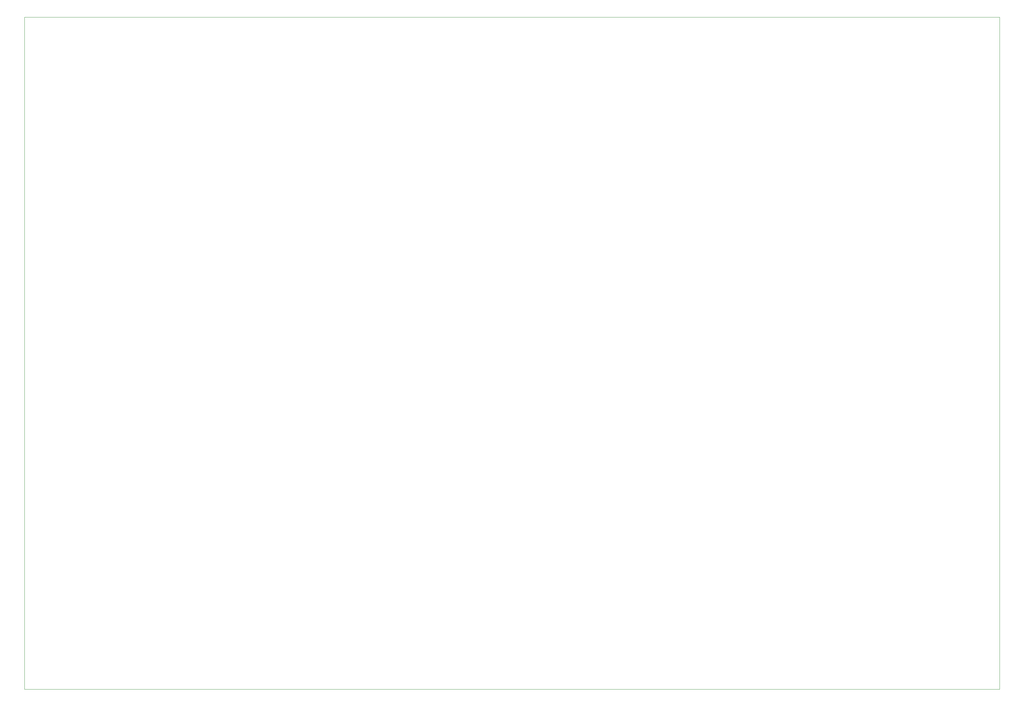
<source format=gbr>
%TF.GenerationSoftware,KiCad,Pcbnew,8.0.5*%
%TF.CreationDate,2025-05-12T12:18:58+05:30*%
%TF.ProjectId,automation,6175746f-6d61-4746-996f-6e2e6b696361,rev?*%
%TF.SameCoordinates,Original*%
%TF.FileFunction,Profile,NP*%
%FSLAX46Y46*%
G04 Gerber Fmt 4.6, Leading zero omitted, Abs format (unit mm)*
G04 Created by KiCad (PCBNEW 8.0.5) date 2025-05-12 12:18:58*
%MOMM*%
%LPD*%
G01*
G04 APERTURE LIST*
%TA.AperFunction,Profile*%
%ADD10C,0.050000*%
%TD*%
G04 APERTURE END LIST*
D10*
X290700000Y-120600000D02*
X550900000Y-120600000D01*
X550900000Y-300100000D01*
X290700000Y-300100000D01*
X290700000Y-120600000D01*
M02*

</source>
